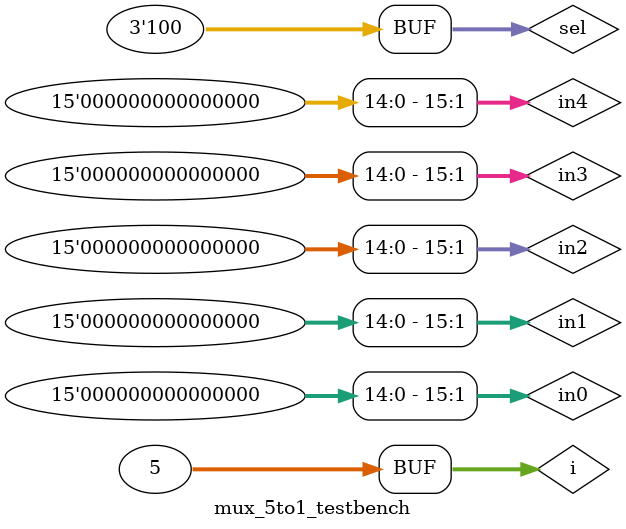
<source format=v>
module mux_5to1_testbench;
	reg [15:0] in0;
	reg [15:0] in1;
	reg [15:0] in2;
	reg [15:0] in3;
	reg [15:0] in4;
	reg [2:0] sel;
	wire [15:0] out;
	integer i;
	
	parameter testDelay = 10;
	
	CSSE232_Project_3_Bit_Mux UUT(.a (in0), .b (in1), .c (in2), .d (in3), .e (in4), .sel (sel), .out (out));
	
	initial
	begin
		in0 = $random; in1 = $random; in2 = $random; in3 = $random; in4 = $random; sel = 3'b000;
		
		for(i = 0; i < 5; i=i+1) begin
			#(testDelay) sel = i;
		end
		
		#(testDelay) in4 = $random;
		
		end
endmodule

</source>
